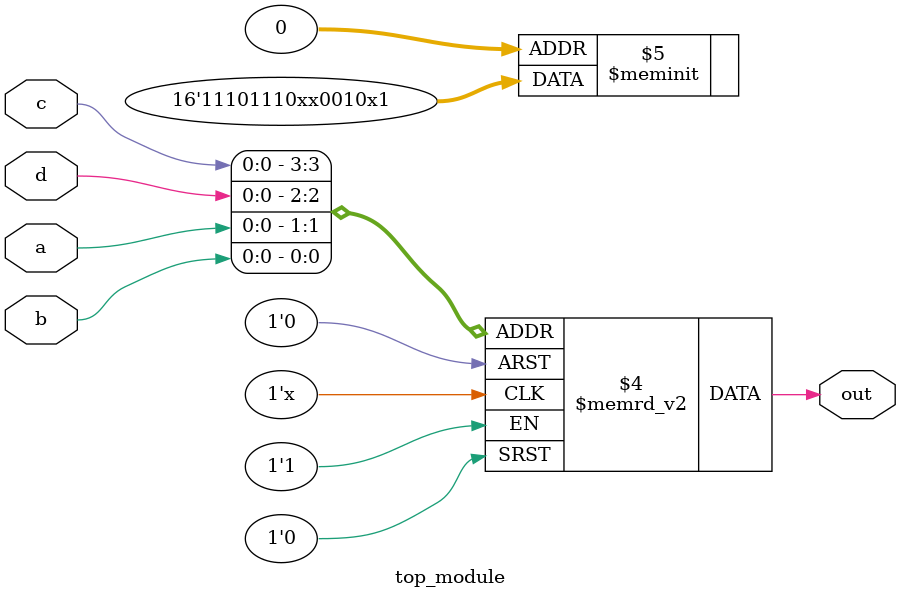
<source format=sv>
module top_module (
    input a, 
    input b,
    input c,
    input d,
    output reg out
);

    always @(*) begin
        case ({c, d, a, b})
            4'b0001: out = 1'bx; // don't care
            4'b0010: out = 1'b0;
            4'b0011: out = 1'b1;
            4'b0000: out = 1'b1;
            4'b0100: out = 1'b0;
            4'b0101: out = 1'b0;
            4'b0110: out = 1'bx; // don't care
            4'b0111: out = 1'bx; // don't care
            4'b1100: out = 1'b0;
            4'b1101: out = 1'b1;
            4'b1110: out = 1'b1;
            4'b1111: out = 1'b1;
            4'b1000: out = 1'b0;
            4'b1001: out = 1'b1;
            4'b1010: out = 1'b1;
            4'b1011: out = 1'b1;
            default: out = 1'b0; // default case for unused input combinations
        endcase
    end
endmodule

</source>
